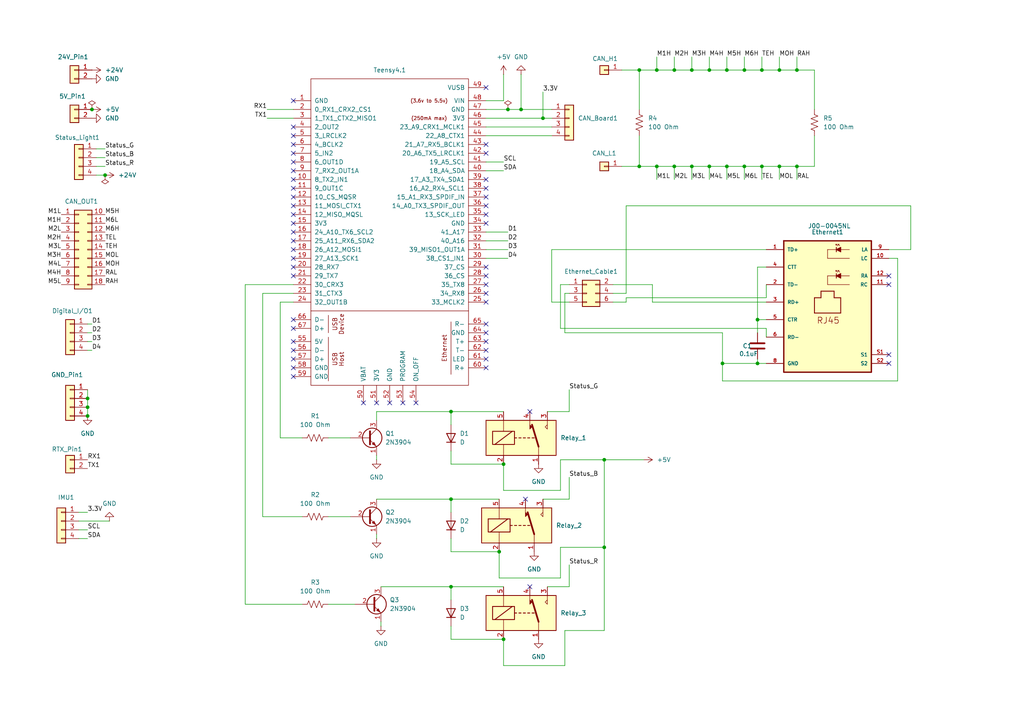
<source format=kicad_sch>
(kicad_sch (version 20231120) (generator "eeschema") (generator_version "8.0")
  (paper "A4")
  (title_block (title "Electrical Main Board") (company "Robonav") (comment 1 "No footprint for the connectors and diodes yet!"))
  (lib_symbols
    (symbol "Conn_01x04_1" (pin_names (offset 1.016) hide)
      (property "Reference" "J6" (at 2.54 0.0001 0))
      (property "Value" "CAN_Board" (at -6.35 6.096 0))
      (symbol "Conn_01x04_1_1_1"
        (pin passive line (at -5.08 2.54 0) (length 3.81) (name "Pin_1") (number "1"))
        (pin passive line (at -5.08 0 0) (length 3.81) (name "Pin_2") (number "2"))
        (pin passive line (at -5.08 -2.54 0) (length 3.81) (name "Pin_3") (number "3"))
        (pin passive line (at -5.08 -5.08 0) (length 3.81) (name "Pin_4") (number "4"))
      )
    )
    (symbol "Connector_Generic:Conn_01x01" (pin_names (offset 1.016) hide)
      (property "Reference" "J" (at 0 2.54 0))
      (property "Value" "Conn_01x01" (at 0 -2.54 0))
      (symbol "Conn_01x01_1_1"
        (pin passive line (at -5.08 0 0) (length 3.81) (name "Pin_1") (number "1"))
      )
    )
    (symbol "Connector_Generic:Conn_01x02" (pin_names (offset 1.016) hide)
      (property "Reference" "J" (at 0 2.54 0))
      (property "Value" "Conn_01x02" (at 0 -5.08 0))
      (symbol "Conn_01x02_1_1"
        (pin passive line (at -5.08 0 0) (length 3.81) (name "Pin_1") (number "1"))
        (pin passive line (at -5.08 -2.54 0) (length 3.81) (name "Pin_2") (number "2"))
      )
    )
    (symbol "Connector_Generic:Conn_01x04" (pin_names (offset 1.016) hide)
      (property "Reference" "J" (at 0 5.08 0))
      (property "Value" "Conn_01x04" (at 0 -7.62 0))
      (symbol "Conn_01x04_1_1"
        (pin passive line (at -5.08 2.54 0) (length 3.81) (name "Pin_1") (number "1"))
        (pin passive line (at -5.08 0 0) (length 3.81) (name "Pin_2") (number "2"))
        (pin passive line (at -5.08 -2.54 0) (length 3.81) (name "Pin_3") (number "3"))
        (pin passive line (at -5.08 -5.08 0) (length 3.81) (name "Pin_4") (number "4"))
      )
    )
    (symbol "Connector_Generic:Conn_02x03_Odd_Even" (pin_names (offset 1.016) hide)
      (property "Reference" "J" (at 1.27 5.08 0))
      (property "Value" "Conn_02x03_Odd_Even" (at 1.27 -5.08 0))
      (symbol "Conn_02x03_Odd_Even_1_1"
        (pin passive line (at -5.08 2.54 0) (length 3.81) (name "Pin_1") (number "1"))
        (pin passive line (at 7.62 2.54 180) (length 3.81) (name "Pin_2") (number "2"))
        (pin passive line (at -5.08 0 0) (length 3.81) (name "Pin_3") (number "3"))
        (pin passive line (at 7.62 0 180) (length 3.81) (name "Pin_4") (number "4"))
        (pin passive line (at -5.08 -2.54 0) (length 3.81) (name "Pin_5") (number "5"))
        (pin passive line (at 7.62 -2.54 180) (length 3.81) (name "Pin_6") (number "6"))
      )
    )
    (symbol "Connector_Generic:Conn_02x09_Top_Bottom" (pin_names (offset 1.016) hide)
      (property "Reference" "J" (at 1.27 12.7 0))
      (property "Value" "Conn_02x09_Top_Bottom" (at 1.27 -12.7 0))
      (symbol "Conn_02x09_Top_Bottom_1_1"
        (pin passive line (at -5.08 10.16 0) (length 3.81) (name "Pin_1") (number "1"))
        (pin passive line (at 7.62 10.16 180) (length 3.81) (name "Pin_10") (number "10"))
        (pin passive line (at 7.62 7.62 180) (length 3.81) (name "Pin_11") (number "11"))
        (pin passive line (at 7.62 5.08 180) (length 3.81) (name "Pin_12") (number "12"))
        (pin passive line (at 7.62 2.54 180) (length 3.81) (name "Pin_13") (number "13"))
        (pin passive line (at 7.62 0 180) (length 3.81) (name "Pin_14") (number "14"))
        (pin passive line (at 7.62 -2.54 180) (length 3.81) (name "Pin_15") (number "15"))
        (pin passive line (at 7.62 -5.08 180) (length 3.81) (name "Pin_16") (number "16"))
        (pin passive line (at 7.62 -7.62 180) (length 3.81) (name "Pin_17") (number "17"))
        (pin passive line (at 7.62 -10.16 180) (length 3.81) (name "Pin_18") (number "18"))
        (pin passive line (at -5.08 7.62 0) (length 3.81) (name "Pin_2") (number "2"))
        (pin passive line (at -5.08 5.08 0) (length 3.81) (name "Pin_3") (number "3"))
        (pin passive line (at -5.08 2.54 0) (length 3.81) (name "Pin_4") (number "4"))
        (pin passive line (at -5.08 0 0) (length 3.81) (name "Pin_5") (number "5"))
        (pin passive line (at -5.08 -2.54 0) (length 3.81) (name "Pin_6") (number "6"))
        (pin passive line (at -5.08 -5.08 0) (length 3.81) (name "Pin_7") (number "7"))
        (pin passive line (at -5.08 -7.62 0) (length 3.81) (name "Pin_8") (number "8"))
        (pin passive line (at -5.08 -10.16 0) (length 3.81) (name "Pin_9") (number "9"))
      )
    )
    (symbol "Device:C" (pin_numbers hide) (pin_names (offset 0.254))
      (property "Reference" "C" (at 0.635 2.54 0))
      (property "Value" "C" (at 0.635 -2.54 0))
      (symbol "C_1_1"
        (pin passive line (at 0 3.81 270) (length 2.794) (name "~") (number "1"))
        (pin passive line (at 0 -3.81 90) (length 2.794) (name "~") (number "2"))
      )
    )
    (symbol "Device:D" (pin_numbers hide) (pin_names (offset 1.016) hide)
      (property "Reference" "D" (at 0 2.54 0))
      (property "Value" "D" (at 0 -2.54 0))
      (symbol "D_1_1"
        (pin passive line (at -3.81 0 0) (length 2.54) (name "K") (number "1"))
        (pin passive line (at 3.81 0 180) (length 2.54) (name "A") (number "2"))
      )
    )
    (symbol "Device:R_US" (pin_numbers hide) (pin_names (offset 0))
      (property "Reference" "R" (at 2.54 0 90))
      (property "Value" "R_US" (at -2.54 0 90))
      (symbol "R_US_1_1"
        (pin passive line (at 0 3.81 270) (length 1.27) (name "~") (number "1"))
        (pin passive line (at 0 -3.81 90) (length 1.27) (name "~") (number "2"))
      )
    )
    (symbol "J00-0045NL:J00-0045NL" (pin_names (offset 1.016))
      (property "Reference" "J" (at -12.7418 21.6609 0))
      (property "Value" "J00-0045NL" (at -12.7427 -21.0253 0))
      (symbol "J00-0045NL_0_0"
        (text "RJ45" (at -3.1811 -3.8174 0) (effects (font (size 1.7814 1.7814)) (justify left bottom)))
        (pin passive line (at -17.78 17.78 0) (length 5.08) (name "TD+") (number "1"))
        (pin passive line (at 17.78 15.24 180) (length 5.08) (name "LC") (number "10"))
        (pin passive line (at 17.78 7.62 180) (length 5.08) (name "RC") (number "11"))
        (pin passive line (at 17.78 10.16 180) (length 5.08) (name "RA") (number "12"))
        (pin passive line (at -17.78 7.62 0) (length 5.08) (name "TD-") (number "2"))
        (pin passive line (at -17.78 2.54 0) (length 5.08) (name "RD+") (number "3"))
        (pin passive line (at -17.78 12.7 0) (length 5.08) (name "CTT") (number "4"))
        (pin passive line (at -17.78 -2.54 0) (length 5.08) (name "CTR") (number "5"))
        (pin passive line (at -17.78 -7.62 0) (length 5.08) (name "RD-") (number "6"))
        (pin passive line (at -17.78 -15.24 0) (length 5.08) (name "GND") (number "8"))
        (pin passive line (at 17.78 17.78 180) (length 5.08) (name "LA") (number "9"))
        (pin passive line (at 17.78 -12.7 180) (length 5.08) (name "S1") (number "S1"))
        (pin passive line (at 17.78 -15.24 180) (length 5.08) (name "S2") (number "S2"))
      )
    )
    (symbol "Relay:G5LE-1"
      (property "Reference" "K" (at 11.43 3.81 0))
      (property "Value" "G5LE-1" (at 11.43 1.27 0))
      (symbol "G5LE-1_1_1"
        (pin passive line (at 5.08 -7.62 90) (length 2.54) (name "~") (number "1"))
        (pin passive line (at -5.08 -7.62 90) (length 2.54) (name "~") (number "2"))
        (pin passive line (at 7.62 7.62 270) (length 2.54) (name "~") (number "3"))
        (pin passive line (at 2.54 7.62 270) (length 2.54) (name "~") (number "4"))
        (pin passive line (at -5.08 7.62 270) (length 2.54) (name "~") (number "5"))
      )
    )
    (symbol "Transistor_BJT:2N3904" (pin_names (offset 0) hide)
      (property "Reference" "Q" (at 5.08 1.905 0))
      (property "Value" "2N3904" (at 5.08 0 0))
      (symbol "2N3904_1_1"
        (pin passive line (at 2.54 -5.08 90) (length 2.54) (name "E") (number "1"))
        (pin passive line (at -5.08 0 0) (length 5.715) (name "B") (number "2"))
        (pin passive line (at 2.54 5.08 270) (length 2.54) (name "C") (number "3"))
      )
    )
    (symbol "power:+24V" (power) (pin_numbers hide) (pin_names (offset 0) hide)
      (property "Value" "+24V" (at 0 3.556 0))
      (symbol "+24V_1_1"
        (pin power_in line (at 0 0 90) (length 0) (name "~") (number "1"))
      )
    )
    (symbol "power:+5V" (power) (pin_numbers hide) (pin_names (offset 0) hide)
      (property "Value" "+5V" (at 0 3.556 0))
      (symbol "+5V_1_1"
        (pin power_in line (at 0 0 90) (length 0) (name "~") (number "1"))
      )
    )
    (symbol "power:GND" (power) (pin_numbers hide) (pin_names (offset 0) hide)
      (property "Value" "GND" (at 0 -3.81 0))
      (symbol "GND_1_1"
        (pin power_in line (at 0 0 270) (length 0) (name "~") (number "1"))
      )
    )
    (symbol "power:PWR_FLAG" (power) (pin_numbers hide) (pin_names (offset 0) hide)
      (property "Value" "PWR_FLAG" (at 0 3.81 0))
      (symbol "PWR_FLAG_0_0"
        (pin power_out line (at 0 0 90) (length 0) (name "~") (number "1"))
      )
    )
    (symbol "teensy:Teensy4.1" (pin_names (offset 1.016))
      (property "Reference" "U1" (at 0 66.04 0))
      (property "Value" "Teensy4.1" (at 0 63.5 0))
      (symbol "Teensy4.1_0_0"
        (text "(250mA max)" (at 11.43 49.53 0) (effects (font (size 1.016 1.016))))
        (text "(3.6v to 5.5v)" (at 11.43 54.61 0) (effects (font (size 1.016 1.016))))
        (text "Device" (at -13.97 -10.16 900) (effects (font (size 1.27 1.27))))
        (text "Ethernet" (at 15.875 -17.145 900) (effects (font (size 1.27 1.27))))
        (text "Host" (at -13.97 -20.32 900) (effects (font (size 1.27 1.27))))
        (text "USB" (at -15.875 -20.32 900) (effects (font (size 1.27 1.27))))
        (text "USB" (at -15.875 -10.16 900) (effects (font (size 1.27 1.27))))
        (pin bidirectional line (at -27.94 31.75 0) (length 5.08) (name "8_TX2_IN1") (number "10"))
        (pin bidirectional line (at -27.94 29.21 0) (length 5.08) (name "9_OUT1C") (number "11"))
        (pin bidirectional line (at -27.94 26.67 0) (length 5.08) (name "10_CS_MQSR") (number "12"))
        (pin bidirectional line (at -27.94 24.13 0) (length 5.08) (name "11_MOSI_CTX1") (number "13"))
        (pin bidirectional line (at -27.94 21.59 0) (length 5.08) (name "12_MISO_MQSL") (number "14"))
        (pin bidirectional line (at -27.94 16.51 0) (length 5.08) (name "24_A10_TX6_SCL2") (number "16"))
        (pin bidirectional line (at -27.94 13.97 0) (length 5.08) (name "25_A11_RX6_SDA2") (number "17"))
        (pin bidirectional line (at -27.94 11.43 0) (length 5.08) (name "26_A12_MOSI1") (number "18"))
        (pin bidirectional line (at -27.94 8.89 0) (length 5.08) (name "27_A13_SCK1") (number "19"))
        (pin bidirectional line (at -27.94 6.35 0) (length 5.08) (name "28_RX7") (number "20"))
        (pin bidirectional line (at -27.94 3.81 0) (length 5.08) (name "29_TX7") (number "21"))
        (pin bidirectional line (at -27.94 1.27 0) (length 5.08) (name "30_CRX3") (number "22"))
        (pin bidirectional line (at -27.94 -1.27 0) (length 5.08) (name "31_CTX3") (number "23"))
        (pin bidirectional line (at -27.94 -3.81 0) (length 5.08) (name "32_OUT1B") (number "24"))
        (pin bidirectional line (at 27.94 -3.81 180) (length 5.08) (name "33_MCLK2") (number "25"))
        (pin bidirectional line (at 27.94 -1.27 180) (length 5.08) (name "34_RX8") (number "26"))
        (pin bidirectional line (at 27.94 1.27 180) (length 5.08) (name "35_TX8") (number "27"))
        (pin bidirectional line (at 27.94 3.81 180) (length 5.08) (name "36_CS") (number "28"))
        (pin bidirectional line (at 27.94 6.35 180) (length 5.08) (name "37_CS") (number "29"))
        (pin bidirectional line (at 27.94 8.89 180) (length 5.08) (name "38_CS1_IN1") (number "30"))
        (pin bidirectional line (at 27.94 11.43 180) (length 5.08) (name "39_MISO1_OUT1A") (number "31"))
        (pin bidirectional line (at 27.94 13.97 180) (length 5.08) (name "40_A16") (number "32"))
        (pin bidirectional line (at 27.94 16.51 180) (length 5.08) (name "41_A17") (number "33"))
        (pin bidirectional line (at 27.94 21.59 180) (length 5.08) (name "13_SCK_LED") (number "35"))
        (pin bidirectional line (at 27.94 24.13 180) (length 5.08) (name "14_A0_TX3_SPDIF_OUT") (number "36"))
        (pin bidirectional line (at 27.94 26.67 180) (length 5.08) (name "15_A1_RX3_SPDIF_IN") (number "37"))
        (pin bidirectional line (at 27.94 29.21 180) (length 5.08) (name "16_A2_RX4_SCL1") (number "38"))
        (pin bidirectional line (at 27.94 31.75 180) (length 5.08) (name "17_A3_TX4_SDA1") (number "39"))
        (pin bidirectional line (at 27.94 34.29 180) (length 5.08) (name "18_A4_SDA") (number "40"))
        (pin bidirectional line (at 27.94 36.83 180) (length 5.08) (name "19_A5_SCL") (number "41"))
        (pin bidirectional line (at 27.94 39.37 180) (length 5.08) (name "20_A6_TX5_LRCLK1") (number "42"))
        (pin bidirectional line (at 27.94 41.91 180) (length 5.08) (name "21_A7_RX5_BCLK1") (number "43"))
        (pin bidirectional line (at 27.94 44.45 180) (length 5.08) (name "22_A8_CTX1") (number "44"))
        (pin bidirectional line (at 27.94 46.99 180) (length 5.08) (name "23_A9_CRX1_MCLK1") (number "45"))
        (pin output line (at 27.94 49.53 180) (length 5.08) (name "3V3") (number "46"))
        (pin power_in line (at 27.94 54.61 180) (length 5.08) (name "VIN") (number "48"))
        (pin power_out line (at 27.94 58.42 180) (length 5.08) (name "VUSB") (number "49"))
        (pin bidirectional line (at -27.94 44.45 0) (length 5.08) (name "3_LRCLK2") (number "5"))
        (pin power_in line (at -7.62 -33.02 90) (length 5.08) (name "VBAT") (number "50"))
        (pin power_in line (at -3.81 -33.02 90) (length 5.08) (name "3V3") (number "51"))
        (pin input line (at 0 -33.02 90) (length 5.08) (name "GND") (number "52"))
        (pin input line (at 3.81 -33.02 90) (length 5.08) (name "PROGRAM") (number "53"))
        (pin input line (at 7.62 -33.02 90) (length 5.08) (name "ON_OFF") (number "54"))
        (pin power_out line (at -27.94 -15.24 0) (length 5.08) (name "5V") (number "55"))
        (pin bidirectional line (at -27.94 -17.78 0) (length 5.08) (name "D-") (number "56"))
        (pin bidirectional line (at -27.94 -20.32 0) (length 5.08) (name "D+") (number "57"))
        (pin power_in line (at -27.94 -22.86 0) (length 5.08) (name "GND") (number "58"))
        (pin power_in line (at -27.94 -25.4 0) (length 5.08) (name "GND") (number "59"))
        (pin bidirectional line (at -27.94 41.91 0) (length 5.08) (name "4_BCLK2") (number "6"))
        (pin bidirectional line (at 27.94 -22.86 180) (length 5.08) (name "R+") (number "60"))
        (pin bidirectional line (at 27.94 -20.32 180) (length 5.08) (name "LED") (number "61"))
        (pin bidirectional line (at 27.94 -17.78 180) (length 5.08) (name "T-") (number "62"))
        (pin bidirectional line (at 27.94 -15.24 180) (length 5.08) (name "T+") (number "63"))
        (pin bidirectional line (at 27.94 -10.16 180) (length 5.08) (name "R-") (number "65"))
        (pin bidirectional line (at -27.94 -8.89 0) (length 5.08) (name "D-") (number "66"))
        (pin bidirectional line (at -27.94 -11.43 0) (length 5.08) (name "D+") (number "67"))
        (pin bidirectional line (at -27.94 39.37 0) (length 5.08) (name "5_IN2") (number "7"))
        (pin bidirectional line (at -27.94 36.83 0) (length 5.08) (name "6_OUT1D") (number "8"))
        (pin bidirectional line (at -27.94 34.29 0) (length 5.08) (name "7_RX2_OUT1A") (number "9"))
      )
      (symbol "Teensy4.1_1_0"
        (pin power_out line (at -27.94 19.05 0) (length 5.08) (name "3V3") (number "15"))
        (pin input line (at 27.94 52.07 180) (length 5.08) (name "GND") (number "47"))
        (pin power_out line (at 27.94 -12.7 180) (length 5.08) (name "GND") (number "64"))
      )
      (symbol "Teensy4.1_1_1"
        (pin power_in line (at -27.94 54.61 0) (length 5.08) (name "GND") (number "1"))
        (pin bidirectional line (at -27.94 52.07 0) (length 5.08) (name "0_RX1_CRX2_CS1") (number "2"))
        (pin bidirectional line (at -27.94 49.53 0) (length 5.08) (name "1_TX1_CTX2_MISO1") (number "3"))
        (pin power_in line (at 27.94 19.05 180) (length 5.08) (name "GND") (number "34"))
        (pin bidirectional line (at -27.94 46.99 0) (length 5.08) (name "2_OUT2") (number "4"))
      )
    )
  )
  (junction (at 215.9 20.32))
  (junction (at 200.66 20.32))
  (junction (at 175.26 133.35))
  (junction (at 147.32 31.75))
  (junction (at 190.5 48.26))
  (junction (at 25.4 118.11))
  (junction (at 205.74 20.32))
  (junction (at 195.58 20.32))
  (junction (at 210.82 20.32))
  (junction (at 157.48 34.29))
  (junction (at 185.42 48.26))
  (junction (at 146.05 134.62))
  (junction (at 200.66 48.26))
  (junction (at 130.81 144.78))
  (junction (at 195.58 48.26))
  (junction (at 25.4 115.57))
  (junction (at 220.98 20.32))
  (junction (at 226.06 48.26))
  (junction (at 130.81 170.18))
  (junction (at 231.14 48.26))
  (junction (at 220.98 48.26))
  (junction (at 26.67 31.75))
  (junction (at 209.55 105.41))
  (junction (at 146.05 185.42))
  (junction (at 144.78 160.02))
  (junction (at 130.81 119.38))
  (junction (at 231.14 20.32))
  (junction (at 219.71 92.71))
  (junction (at 215.9 48.26))
  (junction (at 205.74 48.26))
  (junction (at 219.71 105.41))
  (junction (at 190.5 20.32))
  (junction (at 151.13 31.75))
  (junction (at 210.82 48.26))
  (junction (at 226.06 20.32))
  (junction (at 175.26 158.75))
  (junction (at 25.4 120.65))
  (junction (at 30.48 50.8))
  (junction (at 185.42 20.32))
  (no_connect (at 140.97 25.4))
  (no_connect (at 257.81 82.55))
  (no_connect (at 140.97 82.55))
  (no_connect (at 140.97 101.6))
  (no_connect (at 85.09 64.77))
  (no_connect (at 85.09 52.07))
  (no_connect (at 140.97 104.14))
  (no_connect (at 116.84 116.84))
  (no_connect (at 120.65 116.84))
  (no_connect (at 140.97 77.47))
  (no_connect (at 85.09 41.91))
  (no_connect (at 140.97 57.15))
  (no_connect (at 85.09 67.31))
  (no_connect (at 257.81 102.87))
  (no_connect (at 85.09 44.45))
  (no_connect (at 140.97 106.68))
  (no_connect (at 85.09 104.14))
  (no_connect (at 140.97 44.45))
  (no_connect (at 85.09 36.83))
  (no_connect (at 85.09 92.71))
  (no_connect (at 140.97 96.52))
  (no_connect (at 85.09 46.99))
  (no_connect (at 257.81 105.41))
  (no_connect (at 140.97 52.07))
  (no_connect (at 140.97 54.61))
  (no_connect (at 85.09 57.15))
  (no_connect (at 113.03 116.84))
  (no_connect (at 85.09 99.06))
  (no_connect (at 85.09 74.93))
  (no_connect (at 140.97 64.77))
  (no_connect (at 153.67 170.18))
  (no_connect (at 140.97 85.09))
  (no_connect (at 109.22 116.84))
  (no_connect (at 140.97 59.69))
  (no_connect (at 257.81 80.01))
  (no_connect (at 85.09 59.69))
  (no_connect (at 85.09 106.68))
  (no_connect (at 85.09 39.37))
  (no_connect (at 85.09 95.25))
  (no_connect (at 140.97 80.01))
  (no_connect (at 85.09 77.47))
  (no_connect (at 85.09 54.61))
  (no_connect (at 153.67 119.38))
  (no_connect (at 85.09 69.85))
  (no_connect (at 152.4 144.78))
  (no_connect (at 105.41 116.84))
  (no_connect (at 85.09 101.6))
  (no_connect (at 140.97 41.91))
  (no_connect (at 85.09 29.21))
  (no_connect (at 85.09 109.22))
  (no_connect (at 85.09 72.39))
  (no_connect (at 140.97 93.98))
  (no_connect (at 85.09 49.53))
  (no_connect (at 140.97 62.23))
  (no_connect (at 140.97 87.63))
  (no_connect (at 85.09 62.23))
  (no_connect (at 140.97 99.06))
  (no_connect (at 85.09 80.01))
  (wire (pts (xy 215.9 48.26) (xy 220.98 48.26)))
  (wire (pts (xy 181.61 87.63) (xy 177.8 87.63)))
  (wire (pts (xy 222.25 95.25) (xy 162.56 95.25)))
  (wire (pts (xy 160.02 87.63) (xy 165.1 87.63)))
  (wire (pts (xy 25.4 115.57) (xy 25.4 118.11)))
  (wire (pts (xy 205.74 20.32) (xy 210.82 20.32)))
  (wire (pts (xy 162.56 142.24) (xy 162.56 133.35)))
  (wire (pts (xy 85.09 85.09) (xy 76.2 85.09)))
  (wire (pts (xy 165.1 163.83) (xy 165.1 170.18)))
  (wire (pts (xy 219.71 92.71) (xy 222.25 92.71)))
  (wire (pts (xy 185.42 20.32) (xy 185.42 31.75)))
  (wire (pts (xy 215.9 16.51) (xy 215.9 20.32)))
  (wire (pts (xy 205.74 48.26) (xy 210.82 48.26)))
  (wire (pts (xy 160.02 72.39) (xy 222.25 72.39)))
  (wire (pts (xy 146.05 134.62) (xy 146.05 142.24)))
  (wire (pts (xy 22.86 148.59) (xy 25.4 148.59)))
  (wire (pts (xy 210.82 48.26) (xy 215.9 48.26)))
  (wire (pts (xy 30.48 43.18) (xy 27.94 43.18)))
  (wire (pts (xy 26.67 96.52) (xy 25.4 96.52)))
  (wire (pts (xy 190.5 16.51) (xy 190.5 20.32)))
  (wire (pts (xy 222.25 86.36) (xy 222.25 82.55)))
  (wire (pts (xy 220.98 16.51) (xy 220.98 20.32)))
  (wire (pts (xy 95.25 175.26) (xy 102.87 175.26)))
  (wire (pts (xy 146.05 193.04) (xy 163.83 193.04)))
  (wire (pts (xy 180.34 20.32) (xy 185.42 20.32)))
  (wire (pts (xy 257.81 72.39) (xy 264.16 72.39)))
  (wire (pts (xy 130.81 185.42) (xy 146.05 185.42)))
  (wire (pts (xy 140.97 49.53) (xy 146.05 49.53)))
  (wire (pts (xy 200.66 20.32) (xy 205.74 20.32)))
  (wire (pts (xy 219.71 92.71) (xy 219.71 77.47)))
  (wire (pts (xy 130.81 156.21) (xy 130.81 160.02)))
  (wire (pts (xy 185.42 48.26) (xy 190.5 48.26)))
  (wire (pts (xy 220.98 20.32) (xy 226.06 20.32)))
  (wire (pts (xy 219.71 96.52) (xy 219.71 92.71)))
  (wire (pts (xy 109.22 156.21) (xy 109.22 154.94)))
  (wire (pts (xy 220.98 48.26) (xy 226.06 48.26)))
  (wire (pts (xy 219.71 77.47) (xy 222.25 77.47)))
  (wire (pts (xy 210.82 48.26) (xy 210.82 52.07)))
  (wire (pts (xy 76.2 149.86) (xy 87.63 149.86)))
  (wire (pts (xy 200.66 48.26) (xy 205.74 48.26)))
  (wire (pts (xy 260.35 110.49) (xy 260.35 74.93)))
  (wire (pts (xy 162.56 82.55) (xy 165.1 82.55)))
  (wire (pts (xy 163.83 182.88) (xy 175.26 182.88)))
  (wire (pts (xy 181.61 85.09) (xy 177.8 85.09)))
  (wire (pts (xy 130.81 119.38) (xy 146.05 119.38)))
  (wire (pts (xy 109.22 133.35) (xy 109.22 132.08)))
  (wire (pts (xy 110.49 170.18) (xy 130.81 170.18)))
  (wire (pts (xy 158.75 119.38) (xy 165.1 119.38)))
  (wire (pts (xy 140.97 46.99) (xy 146.05 46.99)))
  (wire (pts (xy 219.71 104.14) (xy 219.71 105.41)))
  (wire (pts (xy 231.14 48.26) (xy 236.22 48.26)))
  (wire (pts (xy 162.56 158.75) (xy 175.26 158.75)))
  (wire (pts (xy 264.16 59.69) (xy 264.16 72.39)))
  (wire (pts (xy 219.71 105.41) (xy 222.25 105.41)))
  (wire (pts (xy 190.5 48.26) (xy 195.58 48.26)))
  (wire (pts (xy 110.49 181.61) (xy 110.49 180.34)))
  (wire (pts (xy 181.61 87.63) (xy 181.61 86.36)))
  (wire (pts (xy 81.28 127) (xy 87.63 127)))
  (wire (pts (xy 146.05 142.24) (xy 162.56 142.24)))
  (wire (pts (xy 140.97 34.29) (xy 157.48 34.29)))
  (wire (pts (xy 226.06 20.32) (xy 231.14 20.32)))
  (wire (pts (xy 162.56 133.35) (xy 175.26 133.35)))
  (wire (pts (xy 210.82 16.51) (xy 210.82 20.32)))
  (wire (pts (xy 77.47 34.29) (xy 85.09 34.29)))
  (wire (pts (xy 151.13 31.75) (xy 160.02 31.75)))
  (wire (pts (xy 226.06 48.26) (xy 231.14 48.26)))
  (wire (pts (xy 140.97 69.85) (xy 147.32 69.85)))
  (wire (pts (xy 195.58 20.32) (xy 200.66 20.32)))
  (wire (pts (xy 165.1 138.43) (xy 165.1 144.78)))
  (wire (pts (xy 209.55 96.52) (xy 209.55 105.41)))
  (wire (pts (xy 25.4 113.03) (xy 25.4 115.57)))
  (wire (pts (xy 163.83 193.04) (xy 163.83 182.88)))
  (wire (pts (xy 140.97 72.39) (xy 147.32 72.39)))
  (wire (pts (xy 25.4 118.11) (xy 25.4 120.65)))
  (wire (pts (xy 222.25 97.79) (xy 222.25 95.25)))
  (wire (pts (xy 77.47 31.75) (xy 85.09 31.75)))
  (wire (pts (xy 181.61 59.69) (xy 181.61 85.09)))
  (wire (pts (xy 140.97 74.93) (xy 147.32 74.93)))
  (wire (pts (xy 210.82 20.32) (xy 215.9 20.32)))
  (wire (pts (xy 30.48 50.8) (xy 27.94 50.8)))
  (wire (pts (xy 175.26 182.88) (xy 175.26 158.75)))
  (wire (pts (xy 130.81 173.99) (xy 130.81 170.18)))
  (wire (pts (xy 81.28 87.63) (xy 81.28 127)))
  (wire (pts (xy 209.55 105.41) (xy 219.71 105.41)))
  (wire (pts (xy 130.81 144.78) (xy 144.78 144.78)))
  (wire (pts (xy 177.8 82.55) (xy 189.23 82.55)))
  (wire (pts (xy 140.97 39.37) (xy 160.02 39.37)))
  (wire (pts (xy 157.48 26.67) (xy 157.48 34.29)))
  (wire (pts (xy 22.86 153.67) (xy 25.4 153.67)))
  (wire (pts (xy 140.97 67.31) (xy 147.32 67.31)))
  (wire (pts (xy 195.58 48.26) (xy 195.58 52.07)))
  (wire (pts (xy 231.14 48.26) (xy 231.14 52.07)))
  (wire (pts (xy 151.13 21.59) (xy 151.13 31.75)))
  (wire (pts (xy 22.86 151.13) (xy 31.75 151.13)))
  (wire (pts (xy 160.02 72.39) (xy 160.02 87.63)))
  (wire (pts (xy 130.81 181.61) (xy 130.81 185.42)))
  (wire (pts (xy 189.23 82.55) (xy 189.23 87.63)))
  (wire (pts (xy 147.32 31.75) (xy 151.13 31.75)))
  (wire (pts (xy 144.78 160.02) (xy 144.78 167.64)))
  (wire (pts (xy 236.22 20.32) (xy 231.14 20.32)))
  (wire (pts (xy 190.5 48.26) (xy 190.5 52.07)))
  (wire (pts (xy 215.9 48.26) (xy 215.9 52.07)))
  (wire (pts (xy 215.9 20.32) (xy 220.98 20.32)))
  (wire (pts (xy 109.22 121.92) (xy 109.22 119.38)))
  (wire (pts (xy 200.66 16.51) (xy 200.66 20.32)))
  (wire (pts (xy 109.22 144.78) (xy 130.81 144.78)))
  (wire (pts (xy 189.23 87.63) (xy 222.25 87.63)))
  (wire (pts (xy 205.74 48.26) (xy 205.74 52.07)))
  (wire (pts (xy 226.06 16.51) (xy 226.06 20.32)))
  (wire (pts (xy 209.55 110.49) (xy 260.35 110.49)))
  (wire (pts (xy 175.26 133.35) (xy 186.69 133.35)))
  (wire (pts (xy 157.48 144.78) (xy 165.1 144.78)))
  (wire (pts (xy 95.25 127) (xy 101.6 127)))
  (wire (pts (xy 22.86 156.21) (xy 25.4 156.21)))
  (wire (pts (xy 209.55 96.52) (xy 163.83 96.52)))
  (wire (pts (xy 71.12 82.55) (xy 71.12 175.26)))
  (wire (pts (xy 185.42 39.37) (xy 185.42 48.26)))
  (wire (pts (xy 165.1 113.03) (xy 165.1 119.38)))
  (wire (pts (xy 226.06 48.26) (xy 226.06 52.07)))
  (wire (pts (xy 140.97 29.21) (xy 146.05 29.21)))
  (wire (pts (xy 130.81 134.62) (xy 146.05 134.62)))
  (wire (pts (xy 220.98 48.26) (xy 220.98 52.07)))
  (wire (pts (xy 181.61 86.36) (xy 222.25 86.36)))
  (wire (pts (xy 162.56 95.25) (xy 162.56 82.55)))
  (wire (pts (xy 231.14 16.51) (xy 231.14 20.32)))
  (wire (pts (xy 26.67 101.6) (xy 25.4 101.6)))
  (wire (pts (xy 26.67 99.06) (xy 25.4 99.06)))
  (wire (pts (xy 181.61 59.69) (xy 264.16 59.69)))
  (wire (pts (xy 130.81 130.81) (xy 130.81 134.62)))
  (wire (pts (xy 180.34 48.26) (xy 185.42 48.26)))
  (wire (pts (xy 71.12 175.26) (xy 87.63 175.26)))
  (wire (pts (xy 146.05 21.59) (xy 146.05 29.21)))
  (wire (pts (xy 140.97 31.75) (xy 147.32 31.75)))
  (wire (pts (xy 190.5 20.32) (xy 195.58 20.32)))
  (wire (pts (xy 76.2 85.09) (xy 76.2 149.86)))
  (wire (pts (xy 30.48 48.26) (xy 27.94 48.26)))
  (wire (pts (xy 95.25 149.86) (xy 101.6 149.86)))
  (wire (pts (xy 140.97 36.83) (xy 160.02 36.83)))
  (wire (pts (xy 195.58 16.51) (xy 195.58 20.32)))
  (wire (pts (xy 130.81 119.38) (xy 130.81 123.19)))
  (wire (pts (xy 195.58 48.26) (xy 200.66 48.26)))
  (wire (pts (xy 162.56 167.64) (xy 162.56 158.75)))
  (wire (pts (xy 71.12 82.55) (xy 85.09 82.55)))
  (wire (pts (xy 209.55 105.41) (xy 209.55 110.49)))
  (wire (pts (xy 130.81 144.78) (xy 130.81 148.59)))
  (wire (pts (xy 163.83 96.52) (xy 163.83 85.09)))
  (wire (pts (xy 109.22 119.38) (xy 130.81 119.38)))
  (wire (pts (xy 130.81 170.18) (xy 146.05 170.18)))
  (wire (pts (xy 260.35 74.93) (xy 257.81 74.93)))
  (wire (pts (xy 175.26 158.75) (xy 175.26 133.35)))
  (wire (pts (xy 236.22 20.32) (xy 236.22 31.75)))
  (wire (pts (xy 200.66 48.26) (xy 200.66 52.07)))
  (wire (pts (xy 130.81 160.02) (xy 144.78 160.02)))
  (wire (pts (xy 26.67 93.98) (xy 25.4 93.98)))
  (wire (pts (xy 146.05 185.42) (xy 146.05 193.04)))
  (wire (pts (xy 185.42 20.32) (xy 190.5 20.32)))
  (wire (pts (xy 205.74 16.51) (xy 205.74 20.32)))
  (wire (pts (xy 163.83 85.09) (xy 165.1 85.09)))
  (wire (pts (xy 85.09 87.63) (xy 81.28 87.63)))
  (wire (pts (xy 158.75 170.18) (xy 165.1 170.18)))
  (wire (pts (xy 157.48 34.29) (xy 160.02 34.29)))
  (wire (pts (xy 236.22 39.37) (xy 236.22 48.26)))
  (wire (pts (xy 30.48 45.72) (xy 27.94 45.72)))
  (wire (pts (xy 144.78 167.64) (xy 162.56 167.64)))
  (label "D1" (at 26.67 93.98 0))
  (label "D4" (at 147.32 74.93 0))
  (label "M2L" (at 17.78 67.31 180))
  (label "TEL" (at 220.98 52.07 0))
  (label "Status_R" (at 165.1 163.83 0))
  (label "RAL" (at 231.14 52.07 0))
  (label "M2L" (at 195.58 52.07 0))
  (label "Status_B" (at 30.48 45.72 0))
  (label "M4L" (at 205.74 52.07 0))
  (label "M2H" (at 195.58 16.51 0))
  (label "D1" (at 147.32 67.31 0))
  (label "M5H" (at 210.82 16.51 0))
  (label "M3H" (at 200.66 16.51 0))
  (label "M4H" (at 205.74 16.51 0))
  (label "M1L" (at 190.5 52.07 0))
  (label "D2" (at 26.67 96.52 0))
  (label "MOL" (at 30.48 74.93 0))
  (label "RAH" (at 231.14 16.51 0))
  (label "D4" (at 26.67 101.6 0))
  (label "MOH" (at 30.48 77.47 0))
  (label "TX1" (at 25.4 135.89 0))
  (label "M3H" (at 17.78 74.93 180))
  (label "M3L" (at 17.78 72.39 180))
  (label "RX1" (at 25.4 133.35 0))
  (label "M1L" (at 17.78 62.23 180))
  (label "SDA" (at 146.05 49.53 0))
  (label "Status_B" (at 165.1 138.43 0))
  (label "MOH" (at 226.06 16.51 0))
  (label "TX1" (at 77.47 34.29 180))
  (label "M5L" (at 210.82 52.07 0))
  (label "D3" (at 147.32 72.39 0))
  (label "M5H" (at 30.48 62.23 0))
  (label "SCL" (at 146.05 46.99 0))
  (label "M2H" (at 17.78 69.85 180))
  (label "D2" (at 147.32 69.85 0))
  (label "M6L" (at 30.48 64.77 0))
  (label "M6H" (at 215.9 16.51 0))
  (label "TEL" (at 30.48 69.85 0))
  (label "M5L" (at 17.78 82.55 180))
  (label "RX1" (at 77.47 31.75 180))
  (label "M6H" (at 30.48 67.31 0))
  (label "RAL" (at 30.48 80.01 0))
  (label "M3L" (at 200.66 52.07 0))
  (label "TEH" (at 220.98 16.51 0))
  (label "Status_G" (at 165.1 113.03 0))
  (label "M4L" (at 17.78 77.47 180))
  (label "Status_G" (at 30.48 43.18 0))
  (label "RAH" (at 30.48 82.55 0))
  (label "3.3V" (at 25.4 148.59 0))
  (label "3.3V" (at 157.48 26.67 0))
  (label "TEH" (at 30.48 72.39 0))
  (label "M4H" (at 17.78 80.01 180))
  (label "Status_R" (at 30.48 48.26 0))
  (label "M6L" (at 215.9 52.07 0))
  (label "M1H" (at 190.5 16.51 0))
  (label "SDA" (at 25.4 156.21 0))
  (label "M1H" (at 17.78 64.77 180))
  (label "D3" (at 26.67 99.06 0))
  (label "SCL" (at 25.4 153.67 0))
  (label "MOL" (at 226.06 52.07 0))
  (symbol (lib_id "Device:R_US") (at 91.44 175.26 90) (unit 1)
    (property "Reference" "R3" (at 91.44 168.91 90))
    (property "Value" "100 Ohm" (at 91.44 171.45 90))
    (property "Footprint" "Resistor_THT:R_Axial_DIN0309_L9.0mm_D3.2mm_P15.24mm_Horizontal" (effects (hide yes)))
    (property "Description" "Resistor, US symbol" (effects (hide yes)))
  )
  (symbol (lib_id "Transistor_BJT:2N3904") (at 106.68 127 0) (unit 1)
    (property "Reference" "Q1" (at 111.76 125.7299 0) (effects (justify left)))
    (property "Value" "2N3904" (at 111.76 128.2699 0) (effects (justify left)))
    (property "Footprint" "Package_TO_SOT_THT:TO-92_Inline" (effects (hide yes)))
    (property "Datasheet" "https://www.onsemi.com/pub/Collateral/2N3903-D.PDF" (effects (hide yes)))
    (property "Description" "0.2A Ic, 40V Vce, Small Signal NPN Transistor, TO-92" (effects (hide yes)))
  )
  (symbol (lib_id "Connector_Generic:Conn_01x04") (at 20.32 115.57 0) (mirror y) (unit 1)
    (property "Reference" "GND_Pin1" (at 24.13 108.712 0) (effects (justify left)))
    (property "Value" "GND" (effects (hide yes)))
    (property "Footprint" "Connector_PinHeader_2.54mm:PinHeader_1x04_P2.54mm_Vertical" (effects (hide yes)))
    (property "Description" "Generic connector, single row, 01x04, script generated (kicad-library-utils/schlib/autogen/connector/)" (effects (hide yes)))
  )
  (symbol (lib_id "power:GND") (at 26.67 22.86 90) (unit 1)
    (property "Reference" "#PWR011" (effects (hide yes)))
    (property "Value" "GND" (at 30.48 22.8599 90) (effects (justify right)))
    (property "Description" "Power symbol creates a global label with name \"GND\" , ground" (effects (hide yes)))
  )
  (symbol (lib_id "Device:R_US") (at 185.42 35.56 0) (unit 1)
    (property "Reference" "R4" (at 187.96 34.2899 0) (effects (justify left)))
    (property "Value" "100 Ohm" (at 187.96 36.8299 0) (effects (justify left)))
    (property "Footprint" "Resistor_THT:R_Axial_DIN0309_L9.0mm_D3.2mm_P15.24mm_Horizontal" (effects (hide yes)))
    (property "Description" "Resistor, US symbol" (effects (hide yes)))
  )
  (symbol (lib_id "Relay:G5LE-1") (at 149.86 152.4 0) (unit 1)
    (property "Reference" "Relay_2" (at 161.29 152.3999 0) (effects (justify left)))
    (property "Value" "G5LE1_Blue" (effects (hide yes)))
    (property "Footprint" "Relay_THT:Relay_SPDT_Omron-G5LE-1" (effects (hide yes)))
    (property "Datasheet" "http://www.omron.com/ecb/products/pdf/en-g5le.pdf" (effects (hide yes)))
    (property "Description" "Omron G5LE relay, Miniature Single Pole, SPDT, 10A" (effects (hide yes)))
  )
  (symbol (lib_id "Device:D") (at 130.81 152.4 90) (unit 1)
    (property "Reference" "D2" (at 133.35 151.1299 90) (effects (justify right)))
    (property "Value" "D" (at 133.35 153.6699 90) (effects (justify right)))
    (property "Footprint" "LED_THT:LED_D5.0mm" (effects (hide yes)))
    (property "Description" "Diode" (effects (hide yes)))
    (property "Sim.Device" "D" (effects (hide yes)))
    (property "Sim.Pins" "1=K 2=A" (effects (hide yes)))
  )
  (symbol (lib_id "Connector_Generic:Conn_01x04") (at 22.86 45.72 0) (mirror y) (unit 1)
    (property "Reference" "Status_Light1" (at 28.956 39.878 0) (effects (justify left)))
    (property "Value" "Status_Light" (effects (hide yes)))
    (property "Footprint" "Connector_PinHeader_2.54mm:PinHeader_1x04_P2.54mm_Vertical" (effects (hide yes)))
    (property "Description" "Generic connector, single row, 01x04, script generated (kicad-library-utils/schlib/autogen/connector/)" (effects (hide yes)))
  )
  (symbol (lib_id "power:GND") (at 156.21 134.62 0) (unit 1)
    (property "Reference" "#PWR04" (effects (hide yes)))
    (property "Value" "GND" (at 156.21 139.7 0))
    (property "Description" "Power symbol creates a global label with name \"GND\" , ground" (effects (hide yes)))
  )
  (symbol (lib_id "power:GND") (at 25.4 120.65 0) (unit 1)
    (property "Reference" "#PWR016" (effects (hide yes)))
    (property "Value" "GND" (at 25.4 125.73 0))
    (property "Description" "Power symbol creates a global label with name \"GND\" , ground" (effects (hide yes)))
  )
  (symbol (lib_id "Connector_Generic:Conn_01x04") (at 20.32 96.52 0) (mirror y) (unit 1)
    (property "Reference" "Digital_I/O1" (at 26.924 90.17 0) (effects (justify left)))
    (property "Value" "Digital I/O" (effects (hide yes)))
    (property "Footprint" "Connector_PinHeader_2.54mm:PinHeader_1x04_P2.54mm_Vertical" (effects (hide yes)))
    (property "Description" "Generic connector, single row, 01x04, script generated (kicad-library-utils/schlib/autogen/connector/)" (effects (hide yes)))
  )
  (symbol (lib_id "power:+5V") (at 26.67 31.75 270) (unit 1)
    (property "Reference" "#PWR014" (effects (hide yes)))
    (property "Value" "+5V" (at 30.48 31.7499 90) (effects (justify left)))
    (property "Description" "Power symbol creates a global label with name \"+5V\"" (effects (hide yes)))
  )
  (symbol (lib_id "power:GND") (at 109.22 133.35 0) (unit 1)
    (property "Reference" "#PWR02" (effects (hide yes)))
    (property "Value" "GND" (at 109.22 138.43 0))
    (property "Description" "Power symbol creates a global label with name \"GND\" , ground" (effects (hide yes)))
  )
  (symbol (lib_id "power:+24V") (at 30.48 50.8 270) (unit 1)
    (property "Reference" "#PWR015" (effects (hide yes)))
    (property "Value" "+24V" (at 34.29 50.7999 90) (effects (justify left)))
    (property "Description" "Power symbol creates a global label with name \"+24V\"" (effects (hide yes)))
  )
  (symbol (lib_id "power:GND") (at 31.75 151.13 180) (unit 1)
    (property "Reference" "#PWR010" (effects (hide yes)))
    (property "Value" "GND" (at 31.75 146.05 0))
    (property "Description" "Power symbol creates a global label with name \"GND\" , ground" (effects (hide yes)))
  )
  (symbol (lib_id "Connector_Generic:Conn_01x01") (at 175.26 48.26 180) (unit 1)
    (property "Reference" "CAN_L1" (at 175.26 44.45 0))
    (property "Value" "CAN_L" (effects (hide yes)))
    (property "Footprint" "Connector_PinHeader_2.54mm:PinHeader_1x01_P2.54mm_Vertical" (effects (hide yes)))
    (property "Description" "Generic connector, single row, 01x01, script generated (kicad-library-utils/schlib/autogen/connector/)" (effects (hide yes)))
  )
  (symbol (lib_id "Device:D") (at 130.81 177.8 90) (unit 1)
    (property "Reference" "D3" (at 133.35 176.5299 90) (effects (justify right)))
    (property "Value" "D" (at 133.35 179.0699 90) (effects (justify right)))
    (property "Footprint" "LED_THT:LED_D5.0mm" (effects (hide yes)))
    (property "Description" "Diode" (effects (hide yes)))
    (property "Sim.Device" "D" (effects (hide yes)))
    (property "Sim.Pins" "1=K 2=A" (effects (hide yes)))
  )
  (symbol (lib_id "power:GND") (at 110.49 181.61 0) (unit 1)
    (property "Reference" "#PWR08" (effects (hide yes)))
    (property "Value" "GND" (at 110.49 186.69 0))
    (property "Description" "Power symbol creates a global label with name \"GND\" , ground" (effects (hide yes)))
  )
  (symbol (lib_id "teensy:Teensy4.1") (at 113.03 83.82 0) (unit 1)
    (property "Reference" "Teensy4.1" (at 113.03 20.32 0))
    (property "Value" "Teensy4.1" (effects (hide yes)))
    (property "Footprint" "teensy.pretty-master:Teensy41" (effects (hide yes)))
  )
  (symbol (lib_id "power:GND") (at 109.22 156.21 0) (unit 1)
    (property "Reference" "#PWR05" (effects (hide yes)))
    (property "Value" "GND" (at 109.22 161.29 0))
    (property "Description" "Power symbol creates a global label with name \"GND\" , ground" (effects (hide yes)))
  )
  (symbol (lib_id "Connector_Generic:Conn_01x02") (at 20.32 133.35 0) (mirror y) (unit 1)
    (property "Reference" "RTX_Pin1" (at 23.876 130.302 0) (effects (justify left)))
    (property "Value" "TX/RX" (effects (hide yes)))
    (property "Footprint" "Connector_PinHeader_2.54mm:PinHeader_1x02_P2.54mm_Vertical" (effects (hide yes)))
    (property "Description" "Generic connector, single row, 01x02, script generated (kicad-library-utils/schlib/autogen/connector/)" (effects (hide yes)))
  )
  (symbol (lib_id "Connector_Generic:Conn_02x09_Top_Bottom") (at 22.86 72.39 0) (unit 1)
    (property "Reference" "CAN_OUT1" (at 23.622 58.42 0))
    (property "Value" "CAN_pins" (effects (hide yes)))
    (property "Footprint" "Connector_PinHeader_2.54mm:PinHeader_2x09_P2.54mm_Vertical" (effects (hide yes)))
    (property "Description" "Generic connector, double row, 02x09, top/bottom pin numbering scheme (row 1: 1...pins_per_row, row2: pins_per_row+1 ... num_pins), script generated (kicad-library-utils/schlib/autogen/connector/)" (effects (hide yes)))
  )
  (symbol (lib_id "Device:C") (at 219.71 100.33 0) (unit 1)
    (property "Reference" "C1" (at 215.392 100.33 0) (effects (justify left)))
    (property "Value" "0.1uF" (at 214.376 102.616 0) (effects (justify left)))
    (property "Footprint" "Capacitor_THT:CP_Axial_L10.0mm_D4.5mm_P15.00mm_Horizontal" (effects (hide yes)))
    (property "Description" "Unpolarized capacitor" (effects (hide yes)))
  )
  (symbol (lib_id "Connector_Generic:Conn_01x02") (at 21.59 31.75 0) (mirror y) (unit 1)
    (property "Reference" "5V_Pin1" (at 24.892 27.94 0) (effects (justify left)))
    (property "Value" "5V" (effects (hide yes)))
    (property "Footprint" "Connector_PinHeader_2.54mm:PinHeader_1x02_P2.54mm_Vertical" (effects (hide yes)))
    (property "Description" "Generic connector, single row, 01x02, script generated (kicad-library-utils/schlib/autogen/connector/)" (effects (hide yes)))
  )
  (symbol (lib_id "Relay:G5LE-1") (at 151.13 177.8 0) (unit 1)
    (property "Reference" "Relay_3" (at 162.56 177.7999 0) (effects (justify left)))
    (property "Value" "G5LE1_Red" (effects (hide yes)))
    (property "Footprint" "Relay_THT:Relay_SPDT_Omron-G5LE-1" (effects (hide yes)))
    (property "Datasheet" "http://www.omron.com/ecb/products/pdf/en-g5le.pdf" (effects (hide yes)))
    (property "Description" "Omron G5LE relay, Miniature Single Pole, SPDT, 10A" (effects (hide yes)))
  )
  (symbol (lib_id "power:PWR_FLAG") (at 26.67 31.75 0) (unit 1)
    (property "Reference" "#FLG01" (effects (hide yes)))
    (property "Value" "PWR_FLAG" (effects (hide yes)))
    (property "Description" "Special symbol for telling ERC where power comes from" (effects (hide yes)))
  )
  (symbol (lib_id "Transistor_BJT:2N3904") (at 106.68 149.86 0) (unit 1)
    (property "Reference" "Q2" (at 111.76 148.5899 0) (effects (justify left)))
    (property "Value" "2N3904" (at 111.76 151.1299 0) (effects (justify left)))
    (property "Footprint" "Package_TO_SOT_THT:TO-92_Inline" (effects (hide yes)))
    (property "Datasheet" "https://www.onsemi.com/pub/Collateral/2N3903-D.PDF" (effects (hide yes)))
    (property "Description" "0.2A Ic, 40V Vce, Small Signal NPN Transistor, TO-92" (effects (hide yes)))
  )
  (symbol (lib_id "Device:R_US") (at 236.22 35.56 180) (unit 1)
    (property "Reference" "R5" (at 238.76 34.2899 0) (effects (justify right)))
    (property "Value" "100 Ohm" (at 238.76 36.8299 0) (effects (justify right)))
    (property "Footprint" "Resistor_THT:R_Axial_DIN0309_L9.0mm_D3.2mm_P15.24mm_Horizontal" (effects (hide yes)))
    (property "Description" "Resistor, US symbol" (effects (hide yes)))
  )
  (symbol (lib_id "power:+5V") (at 146.05 21.59 0) (unit 1)
    (property "Reference" "#PWR01" (effects (hide yes)))
    (property "Value" "+5V" (at 146.05 16.51 0))
    (property "Description" "Power symbol creates a global label with name \"+5V\"" (effects (hide yes)))
  )
  (symbol (lib_id "J00-0045NL:J00-0045NL") (at 240.03 90.17 0) (unit 1)
    (property "Reference" "Ethernet1" (at 240.03 67.31 0))
    (property "Value" "J00-0045NL" (at 240.538 65.532 0))
    (property "Footprint" "teensy.pretty-master:PULSE_J00-0045NL" (effects (hide yes)))
    (property "MF" "Pulse Electronics" (effects (hide yes)))
    (property "DESCRIPTION" "Conn RJ-45 Integrated Magnetics F 8 POS 2.54mm Solder RA Thru-Hole 12 Terminal 1 Port Cat 5/Cat 6" (effects (hide yes)))
    (property "PACKAGE" "None" (effects (hide yes)))
    (property "Price" "None" (effects (hide yes)))
    (property "Package" "None" (effects (hide yes)))
    (property "Check_prices" "https://www.snapeda.com/parts/J00-0045NL/Pulse+Electronics+Network/view-part/?ref=eda" (effects (hide yes)))
    (property "SnapEDA_Link" "https://www.snapeda.com/parts/J00-0045NL/Pulse+Electronics+Network/view-part/?ref=snap" (effects (hide yes)))
    (property "MP" "J00-0045NL" (effects (hide yes)))
    (property "Purchase-URL" "https://www.snapeda.com/api/url_track_click_mouser/?unipart_id=87956&manufacturer=Pulse Electronics&part_name=J00-0045NL&search_term=None" (effects (hide yes)))
    (property "Availability" "In Stock" (effects (hide yes)))
    (property "Description_1" "\n1 Port RJ45 Magjack Connector Through Hole 10/100 Base-TX, AutoMDIX\n" (effects (hide yes)))
  )
  (symbol (lib_id "power:GND") (at 154.94 160.02 0) (unit 1)
    (property "Reference" "#PWR06" (effects (hide yes)))
    (property "Value" "GND" (at 154.94 165.1 0))
    (property "Description" "Power symbol creates a global label with name \"GND\" , ground" (effects (hide yes)))
  )
  (symbol (lib_id "Connector_Generic:Conn_01x04") (at 17.78 151.13 0) (mirror y) (unit 1)
    (property "Reference" "IMU1" (at 21.59 144.272 0) (effects (justify left)))
    (property "Value" "GND" (effects (hide yes)))
    (property "Footprint" "Connector_PinHeader_2.54mm:PinHeader_1x04_P2.54mm_Vertical" (effects (hide yes)))
    (property "Description" "Generic connector, single row, 01x04, script generated (kicad-library-utils/schlib/autogen/connector/)" (effects (hide yes)))
  )
  (symbol (lib_id "power:PWR_FLAG") (at 30.48 50.8 180) (unit 1)
    (property "Reference" "#FLG02" (effects (hide yes)))
    (property "Value" "PWR_FLAG" (effects (hide yes)))
    (property "Description" "Special symbol for telling ERC where power comes from" (effects (hide yes)))
  )
  (symbol (lib_id "Relay:G5LE-1") (at 151.13 127 0) (unit 1)
    (property "Reference" "Relay_1" (at 162.56 126.9999 0) (effects (justify left)))
    (property "Value" "G5LE1_Green" (effects (hide yes)))
    (property "Footprint" "Relay_THT:Relay_SPDT_Omron-G5LE-1" (effects (hide yes)))
    (property "Datasheet" "http://www.omron.com/ecb/products/pdf/en-g5le.pdf" (effects (hide yes)))
    (property "Description" "Omron G5LE relay, Miniature Single Pole, SPDT, 10A" (effects (hide yes)))
  )
  (symbol (lib_id "Connector_Generic:Conn_01x01") (at 175.26 20.32 180) (unit 1)
    (property "Reference" "CAN_H1" (at 175.514 17.018 0))
    (property "Value" "CAN_H" (effects (hide yes)))
    (property "Footprint" "Connector_PinHeader_2.54mm:PinHeader_1x01_P2.54mm_Vertical" (effects (hide yes)))
    (property "Description" "Generic connector, single row, 01x01, script generated (kicad-library-utils/schlib/autogen/connector/)" (effects (hide yes)))
  )
  (symbol (lib_id "power:+24V") (at 26.67 20.32 270) (unit 1)
    (property "Reference" "#PWR013" (effects (hide yes)))
    (property "Value" "+24V" (at 30.48 20.3199 90) (effects (justify left)))
    (property "Description" "Power symbol creates a global label with name \"+24V\"" (effects (hide yes)))
  )
  (symbol (lib_id "Device:R_US") (at 91.44 149.86 90) (unit 1)
    (property "Reference" "R2" (at 91.44 143.51 90))
    (property "Value" "100 Ohm" (at 91.44 146.05 90))
    (property "Footprint" "Resistor_THT:R_Axial_DIN0309_L9.0mm_D3.2mm_P15.24mm_Horizontal" (effects (hide yes)))
    (property "Description" "Resistor, US symbol" (effects (hide yes)))
  )
  (symbol (lib_id "Connector_Generic:Conn_02x03_Odd_Even") (at 170.18 85.09 0) (unit 1)
    (property "Reference" "Ethernet_Cable1" (at 171.45 78.74 0))
    (property "Value" "Conn_02x03_Odd_Even" (effects (hide yes)))
    (property "Footprint" "Connector_PinHeader_2.54mm:PinHeader_2x03_P2.54mm_Vertical" (effects (hide yes)))
    (property "Description" "Generic connector, double row, 02x03, odd/even pin numbering scheme (row 1 odd numbers, row 2 even numbers), script generated (kicad-library-utils/schlib/autogen/connector/)" (effects (hide yes)))
  )
  (symbol (lib_id "power:GND") (at 156.21 185.42 0) (unit 1)
    (property "Reference" "#PWR07" (effects (hide yes)))
    (property "Value" "GND" (at 156.21 190.5 0))
    (property "Description" "Power symbol creates a global label with name \"GND\" , ground" (effects (hide yes)))
  )
  (symbol (lib_id "Device:D") (at 130.81 127 90) (unit 1)
    (property "Reference" "D1" (at 133.35 125.7299 90) (effects (justify right)))
    (property "Value" "D" (at 133.35 128.2699 90) (effects (justify right)))
    (property "Footprint" "LED_THT:LED_D5.0mm" (effects (hide yes)))
    (property "Description" "Diode" (effects (hide yes)))
    (property "Sim.Device" "D" (effects (hide yes)))
    (property "Sim.Pins" "1=K 2=A" (effects (hide yes)))
  )
  (symbol (lib_id "power:+5V") (at 186.69 133.35 270) (unit 1)
    (property "Reference" "#PWR09" (effects (hide yes)))
    (property "Value" "+5V" (at 190.5 133.3499 90) (effects (justify left)))
    (property "Description" "Power symbol creates a global label with name \"+5V\"" (effects (hide yes)))
  )
  (symbol (lib_id "Transistor_BJT:2N3904") (at 107.95 175.26 0) (unit 1)
    (property "Reference" "Q3" (at 113.03 173.9899 0) (effects (justify left)))
    (property "Value" "2N3904" (at 113.03 176.5299 0) (effects (justify left)))
    (property "Footprint" "Package_TO_SOT_THT:TO-92_Inline" (effects (hide yes)))
    (property "Datasheet" "https://www.onsemi.com/pub/Collateral/2N3903-D.PDF" (effects (hide yes)))
    (property "Description" "0.2A Ic, 40V Vce, Small Signal NPN Transistor, TO-92" (effects (hide yes)))
  )
  (symbol (lib_id "Device:R_US") (at 91.44 127 90) (unit 1)
    (property "Reference" "R1" (at 91.44 120.65 90))
    (property "Value" "100 Ohm" (at 91.44 123.19 90))
    (property "Footprint" "Resistor_THT:R_Axial_DIN0309_L9.0mm_D3.2mm_P15.24mm_Horizontal" (effects (hide yes)))
    (property "Description" "Resistor, US symbol" (effects (hide yes)))
  )
  (symbol (lib_name "Conn_01x04_1") (lib_id "Connector_Generic:Conn_01x04") (at 165.1 34.29 0) (unit 1)
    (property "Reference" "CAN_Board1" (at 167.64 34.2899 0) (effects (justify left)))
    (property "Value" "CAN_Board" (effects (hide yes)))
    (property "Footprint" "Connector_PinHeader_2.54mm:PinHeader_1x04_P2.54mm_Vertical" (effects (hide yes)))
    (property "Description" "Generic connector, single row, 01x04, script generated (kicad-library-utils/schlib/autogen/connector/)" (effects (hide yes)))
  )
  (symbol (lib_id "Connector_Generic:Conn_01x02") (at 21.59 20.32 0) (mirror y) (unit 1)
    (property "Reference" "24V_Pin1" (at 25.654 16.51 0) (effects (justify left)))
    (property "Value" "24V" (effects (hide yes)))
    (property "Footprint" "Connector_PinHeader_2.54mm:PinHeader_1x02_P2.54mm_Vertical" (effects (hide yes)))
    (property "Description" "Generic connector, single row, 01x02, script generated (kicad-library-utils/schlib/autogen/connector/)" (effects (hide yes)))
  )
  (symbol (lib_id "power:PWR_FLAG") (at 147.32 31.75 0) (unit 1)
    (property "Reference" "#FLG03" (effects (hide yes)))
    (property "Value" "PWR_FLAG" (effects (hide yes)))
    (property "Description" "Special symbol for telling ERC where power comes from" (effects (hide yes)))
  )
  (symbol (lib_id "power:GND") (at 151.13 21.59 180) (unit 1)
    (property "Reference" "#PWR03" (effects (hide yes)))
    (property "Value" "GND" (at 151.13 16.51 0))
    (property "Description" "Power symbol creates a global label with name \"GND\" , ground" (effects (hide yes)))
  )
  (symbol (lib_id "power:GND") (at 26.67 34.29 90) (unit 1)
    (property "Reference" "#PWR012" (effects (hide yes)))
    (property "Value" "GND" (at 30.48 34.2899 90) (effects (justify right)))
    (property "Description" "Power symbol creates a global label with name \"GND\" , ground" (effects (hide yes)))
  )
)
</source>
